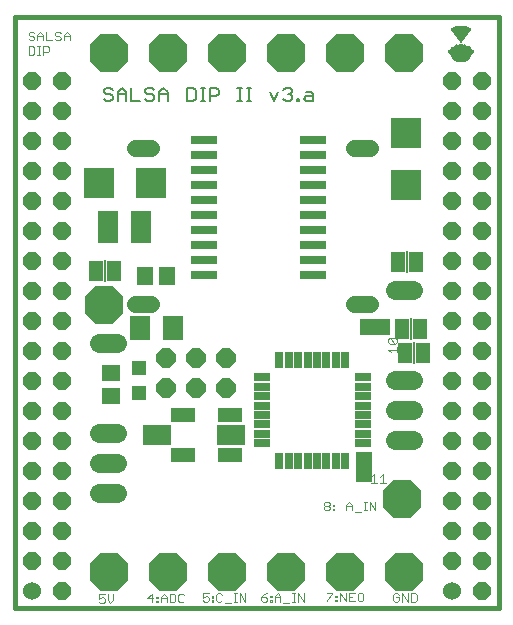
<source format=gts>
G75*
%MOIN*%
%OFA0B0*%
%FSLAX24Y24*%
%IPPOS*%
%LPD*%
%AMOC8*
5,1,8,0,0,1.08239X$1,22.5*
%
%ADD10C,0.0160*%
%ADD11C,0.0030*%
%ADD12C,0.0060*%
%ADD13C,0.0040*%
%ADD14R,0.0540X0.0260*%
%ADD15R,0.0260X0.0540*%
%ADD16OC8,0.0640*%
%ADD17OC8,0.1290*%
%ADD18R,0.0512X0.0512*%
%ADD19R,0.0670X0.0827*%
%ADD20C,0.0600*%
%ADD21OC8,0.0600*%
%ADD22R,0.1040X0.0540*%
%ADD23R,0.0540X0.1040*%
%ADD24R,0.0906X0.0276*%
%ADD25R,0.0552X0.0631*%
%ADD26R,0.0670X0.1103*%
%ADD27R,0.0500X0.0670*%
%ADD28R,0.0060X0.0720*%
%ADD29R,0.0827X0.0473*%
%ADD30R,0.0631X0.0552*%
%ADD31C,0.0555*%
%ADD32R,0.0985X0.0985*%
%ADD33C,0.0640*%
%ADD34R,0.0312X0.0004*%
%ADD35R,0.0344X0.0004*%
%ADD36R,0.0368X0.0004*%
%ADD37R,0.0392X0.0004*%
%ADD38R,0.0408X0.0004*%
%ADD39R,0.0424X0.0004*%
%ADD40R,0.0432X0.0004*%
%ADD41R,0.0448X0.0004*%
%ADD42R,0.0456X0.0004*%
%ADD43R,0.0472X0.0004*%
%ADD44R,0.0480X0.0004*%
%ADD45R,0.0488X0.0004*%
%ADD46R,0.0496X0.0004*%
%ADD47R,0.0504X0.0004*%
%ADD48R,0.0512X0.0004*%
%ADD49R,0.0520X0.0004*%
%ADD50R,0.0528X0.0004*%
%ADD51R,0.0536X0.0004*%
%ADD52R,0.0536X0.0004*%
%ADD53R,0.0544X0.0004*%
%ADD54R,0.0552X0.0004*%
%ADD55R,0.0560X0.0004*%
%ADD56R,0.0560X0.0004*%
%ADD57R,0.0568X0.0004*%
%ADD58R,0.0576X0.0004*%
%ADD59R,0.0584X0.0004*%
%ADD60R,0.0592X0.0004*%
%ADD61R,0.0592X0.0004*%
%ADD62R,0.0600X0.0004*%
%ADD63R,0.0608X0.0004*%
%ADD64R,0.0608X0.0004*%
%ADD65R,0.0616X0.0004*%
%ADD66R,0.0624X0.0004*%
%ADD67R,0.0632X0.0004*%
%ADD68R,0.0632X0.0004*%
%ADD69R,0.0640X0.0004*%
%ADD70R,0.0648X0.0004*%
%ADD71R,0.0648X0.0004*%
%ADD72R,0.0656X0.0004*%
%ADD73R,0.0664X0.0004*%
%ADD74R,0.0664X0.0004*%
%ADD75R,0.0672X0.0004*%
%ADD76R,0.0680X0.0004*%
%ADD77R,0.0680X0.0004*%
%ADD78R,0.0688X0.0004*%
%ADD79R,0.0696X0.0004*%
%ADD80R,0.0700X0.0004*%
%ADD81R,0.0708X0.0004*%
%ADD82R,0.0716X0.0004*%
%ADD83R,0.0720X0.0004*%
%ADD84R,0.0720X0.0004*%
%ADD85R,0.0724X0.0004*%
%ADD86R,0.0808X0.0004*%
%ADD87R,0.0824X0.0004*%
%ADD88R,0.0832X0.0004*%
%ADD89R,0.0840X0.0004*%
%ADD90R,0.0848X0.0004*%
%ADD91R,0.0856X0.0004*%
%ADD92R,0.0860X0.0004*%
%ADD93R,0.0864X0.0004*%
%ADD94R,0.0864X0.0004*%
%ADD95R,0.0868X0.0004*%
%ADD96R,0.0872X0.0004*%
%ADD97R,0.0872X0.0004*%
%ADD98R,0.0860X0.0004*%
%ADD99R,0.0832X0.0004*%
%ADD100R,0.0824X0.0004*%
%ADD101R,0.0708X0.0004*%
%ADD102R,0.0712X0.0004*%
%ADD103R,0.0712X0.0004*%
%ADD104R,0.0700X0.0004*%
%ADD105R,0.0696X0.0004*%
%ADD106R,0.0692X0.0004*%
%ADD107R,0.0668X0.0004*%
%ADD108R,0.0660X0.0004*%
%ADD109R,0.0452X0.0004*%
%ADD110R,0.0188X0.0004*%
%ADD111R,0.0448X0.0004*%
%ADD112R,0.0440X0.0004*%
%ADD113R,0.0184X0.0004*%
%ADD114R,0.0432X0.0004*%
%ADD115R,0.0184X0.0004*%
%ADD116R,0.0424X0.0004*%
%ADD117R,0.0412X0.0004*%
%ADD118R,0.0128X0.0004*%
%ADD119R,0.0044X0.0004*%
%ADD120R,0.0400X0.0004*%
%ADD121R,0.0008X0.0004*%
%ADD122R,0.0388X0.0004*%
%ADD123R,0.0132X0.0004*%
%ADD124R,0.0360X0.0004*%
%ADD125R,0.0136X0.0004*%
%ADD126R,0.0340X0.0004*%
%ADD127R,0.0140X0.0004*%
%ADD128R,0.0328X0.0004*%
%ADD129R,0.0144X0.0004*%
%ADD130R,0.0324X0.0004*%
%ADD131R,0.0148X0.0004*%
%ADD132R,0.0320X0.0004*%
%ADD133R,0.0156X0.0004*%
%ADD134R,0.0316X0.0004*%
%ADD135R,0.0176X0.0004*%
%ADD136R,0.0080X0.0004*%
%ADD137R,0.0052X0.0004*%
%ADD138R,0.0380X0.0004*%
%ADD139R,0.0372X0.0004*%
%ADD140R,0.0356X0.0004*%
%ADD141R,0.0004X0.0004*%
%ADD142R,0.0308X0.0004*%
%ADD143R,0.0060X0.0004*%
%ADD144R,0.0240X0.0004*%
%ADD145R,0.0232X0.0004*%
%ADD146R,0.0044X0.0004*%
%ADD147R,0.0164X0.0004*%
%ADD148R,0.0056X0.0004*%
%ADD149R,0.0036X0.0004*%
%ADD150R,0.0156X0.0004*%
%ADD151R,0.0048X0.0004*%
%ADD152R,0.0024X0.0004*%
%ADD153R,0.0036X0.0004*%
%ADD154R,0.0016X0.0004*%
%ADD155R,0.0028X0.0004*%
%ADD156R,0.0012X0.0004*%
%ADD157R,0.0124X0.0004*%
%ADD158R,0.0108X0.0004*%
%ADD159R,0.0008X0.0004*%
%ADD160R,0.0092X0.0004*%
%ADD161R,0.0068X0.0004*%
%ADD162R,0.0008X0.0004*%
%ADD163R,0.0016X0.0004*%
%ADD164R,0.0024X0.0004*%
%ADD165R,0.0032X0.0004*%
%ADD166R,0.0032X0.0004*%
%ADD167R,0.0040X0.0004*%
%ADD168R,0.0056X0.0004*%
%ADD169R,0.0064X0.0004*%
%ADD170R,0.0072X0.0004*%
%ADD171R,0.0088X0.0004*%
%ADD172R,0.0096X0.0004*%
%ADD173R,0.0104X0.0004*%
%ADD174R,0.0112X0.0004*%
%ADD175R,0.0120X0.0004*%
%ADD176R,0.0124X0.0004*%
%ADD177R,0.0128X0.0004*%
%ADD178R,0.0144X0.0004*%
%ADD179R,0.0152X0.0004*%
%ADD180R,0.0152X0.0004*%
%ADD181R,0.0160X0.0004*%
%ADD182R,0.0168X0.0004*%
%ADD183R,0.0176X0.0004*%
%ADD184R,0.0184X0.0004*%
%ADD185R,0.0192X0.0004*%
%ADD186R,0.0200X0.0004*%
%ADD187R,0.0208X0.0004*%
%ADD188R,0.0216X0.0004*%
%ADD189R,0.0216X0.0004*%
%ADD190R,0.0224X0.0004*%
%ADD191R,0.0232X0.0004*%
%ADD192R,0.0240X0.0004*%
%ADD193R,0.0248X0.0004*%
%ADD194R,0.0256X0.0004*%
%ADD195R,0.0264X0.0004*%
%ADD196R,0.0272X0.0004*%
%ADD197R,0.0280X0.0004*%
%ADD198R,0.0288X0.0004*%
%ADD199R,0.0296X0.0004*%
%ADD200R,0.0304X0.0004*%
%ADD201R,0.0320X0.0004*%
%ADD202R,0.0328X0.0004*%
%ADD203R,0.0336X0.0004*%
%ADD204R,0.0336X0.0004*%
%ADD205R,0.0200X0.0004*%
%ADD206R,0.0128X0.0004*%
%ADD207R,0.0204X0.0004*%
%ADD208R,0.0216X0.0004*%
%ADD209R,0.0228X0.0004*%
%ADD210R,0.0416X0.0004*%
%ADD211R,0.0424X0.0004*%
%ADD212R,0.0428X0.0004*%
%ADD213R,0.0304X0.0004*%
%ADD214R,0.0180X0.0004*%
%ADD215R,0.0112X0.0004*%
%ADD216R,0.0176X0.0004*%
%ADD217R,0.0112X0.0004*%
%ADD218R,0.0132X0.0004*%
%ADD219R,0.0116X0.0004*%
%ADD220R,0.0332X0.0004*%
%ADD221R,0.0336X0.0004*%
%ADD222R,0.0480X0.0004*%
%ADD223R,0.0496X0.0004*%
%ADD224R,0.0512X0.0004*%
%ADD225R,0.0544X0.0004*%
%ADD226R,0.0208X0.0004*%
%ADD227R,0.0356X0.0004*%
%ADD228R,0.0208X0.0004*%
%ADD229R,0.0364X0.0004*%
%ADD230R,0.0212X0.0004*%
%ADD231R,0.0368X0.0004*%
%ADD232R,0.0220X0.0004*%
%ADD233R,0.0600X0.0004*%
%ADD234R,0.0356X0.0004*%
%ADD235R,0.0228X0.0004*%
%ADD236R,0.0236X0.0004*%
%ADD237R,0.0360X0.0004*%
%ADD238R,0.0368X0.0004*%
%ADD239R,0.0244X0.0004*%
%ADD240R,0.0252X0.0004*%
%ADD241R,0.0376X0.0004*%
%ADD242R,0.0672X0.0004*%
%ADD243R,0.0624X0.0004*%
%ADD244R,0.0596X0.0004*%
%ADD245R,0.0552X0.0004*%
%ADD246R,0.0456X0.0004*%
%ADD247R,0.0384X0.0004*%
%ADD248R,0.0352X0.0004*%
%ADD249R,0.0188X0.0004*%
%ADD250R,0.0108X0.0004*%
%ADD251R,0.0946X0.0670*%
D10*
X001046Y000180D02*
X017188Y000180D01*
X017188Y019865D01*
X001046Y019865D01*
X001046Y000180D01*
D11*
X003850Y000383D02*
X003898Y000334D01*
X003995Y000334D01*
X004044Y000383D01*
X004044Y000479D01*
X003995Y000528D01*
X003947Y000528D01*
X003850Y000479D01*
X003850Y000624D01*
X004044Y000624D01*
X004145Y000624D02*
X004145Y000431D01*
X004241Y000334D01*
X004338Y000431D01*
X004338Y000624D01*
X005474Y000502D02*
X005667Y000502D01*
X005768Y000502D02*
X005768Y000550D01*
X005817Y000550D01*
X005817Y000502D01*
X005768Y000502D01*
X005768Y000405D02*
X005768Y000357D01*
X005817Y000357D01*
X005817Y000405D01*
X005768Y000405D01*
X005916Y000357D02*
X005916Y000550D01*
X006012Y000647D01*
X006109Y000550D01*
X006109Y000357D01*
X006210Y000357D02*
X006355Y000357D01*
X006404Y000405D01*
X006404Y000599D01*
X006355Y000647D01*
X006210Y000647D01*
X006210Y000357D01*
X006109Y000502D02*
X005916Y000502D01*
X005619Y000357D02*
X005619Y000647D01*
X005474Y000502D01*
X006505Y000599D02*
X006505Y000405D01*
X006553Y000357D01*
X006650Y000357D01*
X006698Y000405D01*
X006698Y000599D02*
X006650Y000647D01*
X006553Y000647D01*
X006505Y000599D01*
X007319Y000665D02*
X007319Y000520D01*
X007416Y000568D01*
X007465Y000568D01*
X007513Y000520D01*
X007513Y000423D01*
X007465Y000375D01*
X007368Y000375D01*
X007319Y000423D01*
X007319Y000665D02*
X007513Y000665D01*
X007614Y000568D02*
X007614Y000520D01*
X007662Y000520D01*
X007662Y000568D01*
X007614Y000568D01*
X007614Y000423D02*
X007614Y000375D01*
X007662Y000375D01*
X007662Y000423D01*
X007614Y000423D01*
X007761Y000423D02*
X007810Y000375D01*
X007906Y000375D01*
X007955Y000423D01*
X008056Y000327D02*
X008250Y000327D01*
X008351Y000375D02*
X008447Y000375D01*
X008399Y000375D02*
X008399Y000665D01*
X008351Y000665D02*
X008447Y000665D01*
X008547Y000665D02*
X008741Y000375D01*
X008741Y000665D01*
X008547Y000665D02*
X008547Y000375D01*
X007955Y000617D02*
X007906Y000665D01*
X007810Y000665D01*
X007761Y000617D01*
X007761Y000423D01*
X009271Y000427D02*
X009319Y000379D01*
X009416Y000379D01*
X009465Y000427D01*
X009465Y000476D01*
X009416Y000524D01*
X009271Y000524D01*
X009271Y000427D01*
X009271Y000524D02*
X009368Y000621D01*
X009465Y000669D01*
X009566Y000572D02*
X009566Y000524D01*
X009614Y000524D01*
X009614Y000572D01*
X009566Y000572D01*
X009566Y000427D02*
X009566Y000379D01*
X009614Y000379D01*
X009614Y000427D01*
X009566Y000427D01*
X009713Y000379D02*
X009713Y000572D01*
X009810Y000669D01*
X009907Y000572D01*
X009907Y000379D01*
X010008Y000331D02*
X010201Y000331D01*
X010302Y000379D02*
X010399Y000379D01*
X010351Y000379D02*
X010351Y000669D01*
X010399Y000669D02*
X010302Y000669D01*
X010499Y000669D02*
X010692Y000379D01*
X010692Y000669D01*
X010499Y000669D02*
X010499Y000379D01*
X009907Y000524D02*
X009713Y000524D01*
X011446Y000437D02*
X011446Y000389D01*
X011446Y000437D02*
X011639Y000631D01*
X011639Y000679D01*
X011446Y000679D01*
X011740Y000582D02*
X011740Y000534D01*
X011789Y000534D01*
X011789Y000582D01*
X011740Y000582D01*
X011740Y000437D02*
X011740Y000389D01*
X011789Y000389D01*
X011789Y000437D01*
X011740Y000437D01*
X011888Y000389D02*
X011888Y000679D01*
X012081Y000389D01*
X012081Y000679D01*
X012182Y000679D02*
X012182Y000389D01*
X012376Y000389D01*
X012477Y000437D02*
X012525Y000389D01*
X012622Y000389D01*
X012670Y000437D01*
X012670Y000631D01*
X012622Y000679D01*
X012525Y000679D01*
X012477Y000631D01*
X012477Y000437D01*
X012279Y000534D02*
X012182Y000534D01*
X012182Y000679D02*
X012376Y000679D01*
X013661Y000618D02*
X013661Y000424D01*
X013709Y000376D01*
X013806Y000376D01*
X013854Y000424D01*
X013854Y000521D01*
X013758Y000521D01*
X013854Y000618D02*
X013806Y000666D01*
X013709Y000666D01*
X013661Y000618D01*
X013955Y000666D02*
X013955Y000376D01*
X014149Y000376D02*
X014149Y000666D01*
X014250Y000666D02*
X014395Y000666D01*
X014444Y000618D01*
X014444Y000424D01*
X014395Y000376D01*
X014250Y000376D01*
X014250Y000666D01*
X013955Y000666D02*
X014149Y000376D01*
X012582Y003378D02*
X012389Y003378D01*
X012288Y003426D02*
X012288Y003620D01*
X012191Y003716D01*
X012094Y003620D01*
X012094Y003426D01*
X012094Y003571D02*
X012288Y003571D01*
X012684Y003426D02*
X012780Y003426D01*
X012732Y003426D02*
X012732Y003716D01*
X012684Y003716D02*
X012780Y003716D01*
X012880Y003716D02*
X012880Y003426D01*
X013074Y003426D02*
X012880Y003716D01*
X013074Y003716D02*
X013074Y003426D01*
X013115Y004339D02*
X012922Y004339D01*
X013019Y004339D02*
X013019Y004629D01*
X012922Y004532D01*
X013217Y004532D02*
X013313Y004629D01*
X013313Y004339D01*
X013217Y004339D02*
X013410Y004339D01*
X011701Y003620D02*
X011701Y003571D01*
X011652Y003571D01*
X011652Y003620D01*
X011701Y003620D01*
X011701Y003474D02*
X011652Y003474D01*
X011652Y003426D01*
X011701Y003426D01*
X011701Y003474D01*
X011551Y003474D02*
X011503Y003426D01*
X011406Y003426D01*
X011358Y003474D01*
X011358Y003523D01*
X011406Y003571D01*
X011503Y003571D01*
X011551Y003523D01*
X011551Y003474D01*
X011503Y003571D02*
X011551Y003620D01*
X011551Y003668D01*
X011503Y003716D01*
X011406Y003716D01*
X011358Y003668D01*
X011358Y003620D01*
X011406Y003571D01*
X013596Y008690D02*
X013499Y008786D01*
X013790Y008786D01*
X013790Y008690D02*
X013790Y008883D01*
X013741Y008984D02*
X013548Y009178D01*
X013741Y009178D01*
X013790Y009129D01*
X013790Y009033D01*
X013741Y008984D01*
X013548Y008984D01*
X013499Y009033D01*
X013499Y009129D01*
X013548Y009178D01*
X005299Y009639D02*
X005299Y009833D01*
X005250Y009881D01*
X005153Y009881D01*
X005105Y009833D01*
X005105Y009785D01*
X005153Y009736D01*
X005299Y009736D01*
X005299Y009639D02*
X005250Y009591D01*
X005153Y009591D01*
X005105Y009639D01*
D12*
X004940Y017075D02*
X005234Y017075D01*
X005400Y017148D02*
X005474Y017075D01*
X005621Y017075D01*
X005694Y017148D01*
X005694Y017221D01*
X005621Y017295D01*
X005474Y017295D01*
X005400Y017368D01*
X005400Y017442D01*
X005474Y017515D01*
X005621Y017515D01*
X005694Y017442D01*
X005861Y017368D02*
X005861Y017075D01*
X005861Y017295D02*
X006154Y017295D01*
X006154Y017368D02*
X006154Y017075D01*
X006154Y017368D02*
X006008Y017515D01*
X005861Y017368D01*
X006782Y017515D02*
X006782Y017075D01*
X007002Y017075D01*
X007075Y017148D01*
X007075Y017442D01*
X007002Y017515D01*
X006782Y017515D01*
X007242Y017515D02*
X007389Y017515D01*
X007315Y017515D02*
X007315Y017075D01*
X007242Y017075D02*
X007389Y017075D01*
X007549Y017075D02*
X007549Y017515D01*
X007769Y017515D01*
X007843Y017442D01*
X007843Y017295D01*
X007769Y017221D01*
X007549Y017221D01*
X008470Y017075D02*
X008617Y017075D01*
X008543Y017075D02*
X008543Y017515D01*
X008470Y017515D02*
X008617Y017515D01*
X008777Y017515D02*
X008923Y017515D01*
X008850Y017515D02*
X008850Y017075D01*
X008777Y017075D02*
X008923Y017075D01*
X009544Y017368D02*
X009691Y017075D01*
X009838Y017368D01*
X010004Y017442D02*
X010078Y017515D01*
X010225Y017515D01*
X010298Y017442D01*
X010298Y017368D01*
X010225Y017295D01*
X010298Y017221D01*
X010298Y017148D01*
X010225Y017075D01*
X010078Y017075D01*
X010004Y017148D01*
X010151Y017295D02*
X010225Y017295D01*
X010465Y017148D02*
X010538Y017148D01*
X010538Y017075D01*
X010465Y017075D01*
X010465Y017148D01*
X010695Y017148D02*
X010768Y017221D01*
X010989Y017221D01*
X010989Y017295D02*
X010989Y017075D01*
X010768Y017075D01*
X010695Y017148D01*
X010768Y017368D02*
X010915Y017368D01*
X010989Y017295D01*
X004940Y017515D02*
X004940Y017075D01*
X004773Y017075D02*
X004773Y017368D01*
X004626Y017515D01*
X004480Y017368D01*
X004480Y017075D01*
X004313Y017148D02*
X004239Y017075D01*
X004093Y017075D01*
X004019Y017148D01*
X004093Y017295D02*
X004239Y017295D01*
X004313Y017221D01*
X004313Y017148D01*
X004480Y017295D02*
X004773Y017295D01*
X004313Y017442D02*
X004239Y017515D01*
X004093Y017515D01*
X004019Y017442D01*
X004019Y017368D01*
X004093Y017295D01*
D13*
X002876Y019090D02*
X002876Y019277D01*
X002782Y019371D01*
X002689Y019277D01*
X002689Y019090D01*
X002581Y019137D02*
X002534Y019090D01*
X002441Y019090D01*
X002394Y019137D01*
X002441Y019230D02*
X002534Y019230D01*
X002581Y019184D01*
X002581Y019137D01*
X002689Y019230D02*
X002876Y019230D01*
X002581Y019324D02*
X002534Y019371D01*
X002441Y019371D01*
X002394Y019324D01*
X002394Y019277D01*
X002441Y019230D01*
X002286Y019090D02*
X002100Y019090D01*
X002100Y019371D01*
X001992Y019277D02*
X001992Y019090D01*
X001992Y019230D02*
X001805Y019230D01*
X001805Y019277D02*
X001805Y019090D01*
X001697Y019137D02*
X001650Y019090D01*
X001557Y019090D01*
X001510Y019137D01*
X001557Y019230D02*
X001650Y019230D01*
X001697Y019184D01*
X001697Y019137D01*
X001557Y019230D02*
X001510Y019277D01*
X001510Y019324D01*
X001557Y019371D01*
X001650Y019371D01*
X001697Y019324D01*
X001805Y019277D02*
X001898Y019371D01*
X001992Y019277D01*
X002001Y018891D02*
X002142Y018891D01*
X002188Y018844D01*
X002188Y018750D01*
X002142Y018704D01*
X002001Y018704D01*
X002001Y018610D02*
X002001Y018891D01*
X001898Y018891D02*
X001805Y018891D01*
X001852Y018891D02*
X001852Y018610D01*
X001898Y018610D02*
X001805Y018610D01*
X001697Y018657D02*
X001650Y018610D01*
X001510Y018610D01*
X001510Y018891D01*
X001650Y018891D01*
X001697Y018844D01*
X001697Y018657D01*
D14*
X009277Y007865D03*
X009277Y007550D03*
X009277Y007235D03*
X009277Y006920D03*
X009277Y006605D03*
X009277Y006290D03*
X009277Y005975D03*
X009277Y005660D03*
X012657Y005660D03*
X012657Y005975D03*
X012657Y006290D03*
X012657Y006605D03*
X012657Y006920D03*
X012657Y007235D03*
X012657Y007550D03*
X012657Y007865D03*
D15*
X012069Y008453D03*
X011754Y008453D03*
X011440Y008453D03*
X011125Y008453D03*
X010810Y008453D03*
X010495Y008453D03*
X010180Y008453D03*
X009865Y008453D03*
X009865Y005073D03*
X010180Y005073D03*
X010495Y005073D03*
X010810Y005073D03*
X011125Y005073D03*
X011440Y005073D03*
X011754Y005073D03*
X012069Y005073D03*
D16*
X008085Y007507D03*
X008085Y008507D03*
X007085Y008507D03*
X006085Y008507D03*
X006085Y007507D03*
X007085Y007507D03*
D17*
X004029Y010271D03*
X004195Y018684D03*
X006164Y018684D03*
X008132Y018684D03*
X010101Y018684D03*
X012069Y018684D03*
X014038Y018684D03*
X013943Y003796D03*
X014038Y001361D03*
X012069Y001361D03*
X010101Y001361D03*
X008132Y001361D03*
X006164Y001361D03*
X004195Y001361D03*
D18*
X005186Y007344D03*
X005186Y008171D03*
D19*
X005221Y009498D03*
X006323Y009498D03*
D20*
X001617Y000735D03*
X015617Y000735D03*
D21*
X016617Y000735D03*
X016617Y001735D03*
X016617Y002735D03*
X016617Y003735D03*
X016617Y004735D03*
X016617Y005735D03*
X016617Y006735D03*
X016617Y007735D03*
X016617Y008735D03*
X016617Y009735D03*
X016617Y010735D03*
X016617Y011735D03*
X016617Y012735D03*
X016617Y013735D03*
X016617Y014735D03*
X016617Y015735D03*
X016617Y016735D03*
X016617Y017735D03*
X015617Y017735D03*
X015617Y016735D03*
X015617Y015735D03*
X015617Y014735D03*
X015617Y013735D03*
X015617Y012735D03*
X015617Y011735D03*
X015617Y010735D03*
X015617Y009735D03*
X015617Y008735D03*
X015617Y007735D03*
X015617Y006735D03*
X015617Y005735D03*
X015617Y004735D03*
X015617Y003735D03*
X015617Y002735D03*
X015617Y001735D03*
X002617Y001735D03*
X002617Y000735D03*
X001617Y001735D03*
X001617Y002735D03*
X001617Y003735D03*
X001617Y004735D03*
X001617Y005735D03*
X001617Y006735D03*
X001617Y007735D03*
X001617Y008735D03*
X001617Y009735D03*
X001617Y010735D03*
X001617Y011735D03*
X001617Y012735D03*
X001617Y013735D03*
X001617Y014735D03*
X001617Y015735D03*
X001617Y016735D03*
X001617Y017735D03*
X002617Y017735D03*
X002617Y016735D03*
X002617Y015735D03*
X002617Y014735D03*
X002617Y013735D03*
X002617Y012735D03*
X002617Y011735D03*
X002617Y010735D03*
X002617Y009735D03*
X002617Y008735D03*
X002617Y007735D03*
X002617Y006735D03*
X002617Y005735D03*
X002617Y004735D03*
X002617Y003735D03*
X002617Y002735D03*
D22*
X013063Y009533D03*
D23*
X012701Y004866D03*
D24*
X010986Y011273D03*
X010986Y011773D03*
X010986Y012273D03*
X010986Y012773D03*
X010986Y013273D03*
X010986Y013773D03*
X010986Y014273D03*
X010986Y014773D03*
X010986Y015273D03*
X010986Y015773D03*
X007364Y015773D03*
X007364Y015273D03*
X007364Y014773D03*
X007364Y014273D03*
X007364Y013773D03*
X007364Y013273D03*
X007364Y012773D03*
X007364Y012273D03*
X007364Y011773D03*
X007364Y011273D03*
D25*
X006125Y011232D03*
X005377Y011232D03*
D26*
X005265Y012866D03*
X004163Y012866D03*
D27*
X004361Y011410D03*
X003761Y011410D03*
X013827Y011693D03*
X014427Y011693D03*
X014571Y009470D03*
X013971Y009470D03*
X014046Y008670D03*
X014646Y008670D03*
D28*
X014346Y008670D03*
X014271Y009470D03*
X014127Y011693D03*
X004061Y011410D03*
D29*
X006648Y006609D03*
X006648Y005271D03*
X008223Y005271D03*
X008223Y006609D03*
D30*
X004246Y007246D03*
X004246Y007994D03*
D31*
X005068Y010320D02*
X005583Y010320D01*
X005583Y015520D02*
X005068Y015520D01*
X012368Y015520D02*
X012883Y015520D01*
X012883Y010320D02*
X012368Y010320D01*
D32*
X014086Y014279D03*
X014086Y016011D03*
X005602Y014335D03*
X003870Y014335D03*
D33*
X003856Y008990D02*
X004456Y008990D01*
X004456Y005990D02*
X003856Y005990D01*
X003856Y004990D02*
X004456Y004990D01*
X004456Y003990D02*
X003856Y003990D01*
X013711Y005755D02*
X014311Y005755D01*
X014311Y006755D02*
X013711Y006755D01*
X013711Y007755D02*
X014311Y007755D01*
X014311Y010755D02*
X013711Y010755D01*
D34*
X015926Y018382D03*
X015930Y018894D03*
X015926Y019194D03*
X015926Y019198D03*
D35*
X015926Y018386D03*
D36*
X015926Y018390D03*
D37*
X015926Y018394D03*
X015902Y018878D03*
D38*
X015926Y019258D03*
X015926Y019262D03*
X015926Y019518D03*
X015926Y018398D03*
D39*
X015926Y018402D03*
D40*
X015926Y018406D03*
X015926Y019278D03*
X015926Y019514D03*
D41*
X015926Y018410D03*
D42*
X015926Y018414D03*
D43*
X015926Y018418D03*
D44*
X015926Y018422D03*
X015926Y019506D03*
D45*
X015926Y019314D03*
X015926Y018426D03*
D46*
X015926Y018430D03*
D47*
X015926Y018434D03*
X015926Y019326D03*
D48*
X015926Y019498D03*
X015926Y018438D03*
D49*
X015926Y018442D03*
X015926Y019334D03*
X015926Y019338D03*
D50*
X015926Y019342D03*
X015926Y018446D03*
D51*
X015926Y018450D03*
D52*
X015926Y018454D03*
X015926Y019346D03*
X015926Y019494D03*
D53*
X015926Y019354D03*
X015926Y018458D03*
D54*
X015926Y018462D03*
X015926Y019358D03*
D55*
X015926Y019362D03*
X015926Y018466D03*
D56*
X015926Y018470D03*
D57*
X015926Y018474D03*
X015926Y019366D03*
X015926Y019486D03*
D58*
X015926Y018482D03*
X015926Y018478D03*
D59*
X015926Y018486D03*
X015926Y019482D03*
D60*
X015926Y018490D03*
D61*
X015926Y018494D03*
D62*
X015926Y018498D03*
X015926Y018502D03*
D63*
X015926Y018506D03*
X015926Y019474D03*
D64*
X015926Y018510D03*
D65*
X015926Y018514D03*
X015926Y018518D03*
D66*
X015926Y018522D03*
X015926Y018526D03*
D67*
X015926Y018530D03*
D68*
X015926Y018534D03*
X015926Y019466D03*
D69*
X015926Y018542D03*
X015926Y018538D03*
D70*
X015926Y018546D03*
X015926Y018554D03*
X015926Y019462D03*
D71*
X015926Y018550D03*
D72*
X015926Y018558D03*
X015926Y018562D03*
X015926Y019426D03*
X015926Y019458D03*
D73*
X015926Y019454D03*
X015926Y019434D03*
X015926Y018566D03*
D74*
X015926Y018570D03*
X015926Y019430D03*
D75*
X015926Y019438D03*
X015930Y018806D03*
X015926Y018582D03*
X015926Y018578D03*
X015926Y018574D03*
D76*
X015926Y018586D03*
X015926Y018802D03*
X015926Y019442D03*
X015926Y019446D03*
D77*
X015926Y018590D03*
D78*
X015926Y018594D03*
X015926Y018598D03*
X015926Y018798D03*
D79*
X015926Y018606D03*
X015926Y018602D03*
D80*
X015928Y018610D03*
D81*
X015928Y018614D03*
X015928Y018618D03*
D82*
X015928Y018622D03*
X015928Y018626D03*
D83*
X015926Y018630D03*
D84*
X015926Y018634D03*
D85*
X015924Y018638D03*
D86*
X015926Y018642D03*
X015926Y018734D03*
D87*
X015926Y018646D03*
D88*
X015926Y018650D03*
D89*
X015926Y018654D03*
X015926Y018722D03*
D90*
X015926Y018718D03*
X015926Y018658D03*
D91*
X015926Y018662D03*
X015926Y018714D03*
D92*
X015924Y018666D03*
D93*
X015926Y018670D03*
D94*
X015926Y018674D03*
X015926Y018702D03*
X015926Y018706D03*
D95*
X015924Y018698D03*
X015924Y018682D03*
X015924Y018678D03*
D96*
X015926Y018686D03*
X015926Y018694D03*
D97*
X015926Y018690D03*
D98*
X015924Y018710D03*
D99*
X015926Y018726D03*
D100*
X015926Y018730D03*
D101*
X015916Y018766D03*
X015920Y018778D03*
D102*
X015918Y018770D03*
D103*
X015918Y018774D03*
D104*
X015920Y018782D03*
X015920Y018786D03*
D105*
X015922Y018790D03*
D106*
X015924Y018794D03*
D107*
X015932Y018810D03*
D108*
X015932Y018814D03*
X015932Y018818D03*
D109*
X016032Y018822D03*
D110*
X015700Y018838D03*
X015696Y018826D03*
X015696Y018822D03*
D111*
X016034Y018826D03*
D112*
X016034Y018830D03*
D113*
X015698Y018830D03*
D114*
X016034Y018834D03*
D115*
X015698Y018834D03*
D116*
X016038Y018838D03*
D117*
X016040Y018842D03*
D118*
X015738Y018846D03*
X015734Y018842D03*
X015818Y019218D03*
X015814Y019222D03*
D119*
X015628Y018842D03*
D120*
X016042Y018846D03*
X015926Y019254D03*
D121*
X015926Y018994D03*
X015610Y018846D03*
D122*
X016044Y018850D03*
D123*
X015744Y018850D03*
X016088Y019290D03*
D124*
X016038Y019378D03*
X016054Y018854D03*
D125*
X015926Y018922D03*
X015926Y019078D03*
X015806Y019238D03*
X015746Y018854D03*
D126*
X016060Y018858D03*
D127*
X015752Y018858D03*
X015804Y019242D03*
D128*
X015994Y019298D03*
X016058Y018862D03*
D129*
X015758Y018862D03*
D130*
X016056Y018866D03*
D131*
X015928Y018918D03*
X015764Y018866D03*
D132*
X016050Y018870D03*
X015926Y019530D03*
D133*
X015808Y019250D03*
X015772Y018870D03*
D134*
X016044Y018874D03*
D135*
X015790Y018874D03*
D136*
X015926Y019038D03*
X015926Y019042D03*
X016154Y018878D03*
D137*
X016152Y018882D03*
X016052Y018906D03*
D138*
X015904Y018882D03*
D139*
X015908Y018886D03*
D140*
X015912Y018890D03*
X016032Y019370D03*
D141*
X015760Y018894D03*
D142*
X015932Y018898D03*
D143*
X016052Y018902D03*
D144*
X015898Y018902D03*
X015926Y019146D03*
X016126Y019414D03*
X015926Y019538D03*
D145*
X016114Y019394D03*
X016118Y019398D03*
X015898Y018906D03*
D146*
X016056Y018910D03*
D147*
X015928Y018910D03*
D148*
X015814Y018910D03*
D149*
X016056Y018914D03*
D150*
X015928Y018914D03*
D151*
X015926Y019018D03*
X015810Y018914D03*
D152*
X016058Y018918D03*
D153*
X015928Y018942D03*
X015808Y018918D03*
D154*
X015802Y018926D03*
X016058Y018922D03*
D155*
X015804Y018922D03*
D156*
X016060Y018926D03*
D157*
X015928Y018926D03*
X016084Y019282D03*
X015752Y019306D03*
D158*
X015928Y018930D03*
D159*
X015798Y018930D03*
D160*
X015928Y018934D03*
D161*
X015928Y018938D03*
D162*
X015926Y018990D03*
D163*
X015926Y018998D03*
D164*
X015926Y019002D03*
D165*
X015926Y019006D03*
D166*
X015926Y019010D03*
D167*
X015926Y019014D03*
D168*
X015926Y019022D03*
X015926Y019026D03*
D169*
X015926Y019030D03*
D170*
X015926Y019034D03*
D171*
X015926Y019046D03*
D172*
X015926Y019050D03*
D173*
X015926Y019054D03*
X015926Y019058D03*
D174*
X015926Y019062D03*
D175*
X015926Y019066D03*
X015750Y019302D03*
D176*
X015928Y019070D03*
D177*
X015926Y019074D03*
X015810Y019226D03*
X015806Y019234D03*
X016086Y019286D03*
D178*
X015926Y019082D03*
X015806Y019246D03*
D179*
X015926Y019086D03*
D180*
X015926Y019090D03*
D181*
X015926Y019094D03*
D182*
X015926Y019098D03*
X015926Y019102D03*
D183*
X015926Y019106D03*
D184*
X015926Y019110D03*
D185*
X015926Y019114D03*
X015926Y019118D03*
D186*
X015926Y019122D03*
X015998Y019218D03*
X016002Y019222D03*
X016006Y019226D03*
D187*
X016010Y019238D03*
X015926Y019126D03*
D188*
X015926Y019130D03*
D189*
X015926Y019134D03*
D190*
X015926Y019138D03*
D191*
X015926Y019142D03*
X016122Y019406D03*
D192*
X015926Y019150D03*
D193*
X015926Y019154D03*
D194*
X015926Y019158D03*
D195*
X015926Y019162D03*
X015926Y019166D03*
D196*
X015926Y019170D03*
D197*
X015926Y019174D03*
X015926Y019534D03*
D198*
X015926Y019182D03*
X015926Y019178D03*
D199*
X015926Y019186D03*
D200*
X015926Y019190D03*
D201*
X015926Y019202D03*
D202*
X015926Y019206D03*
D203*
X015926Y019210D03*
D204*
X015926Y019214D03*
D205*
X016006Y019230D03*
D206*
X015810Y019230D03*
D207*
X015740Y019374D03*
X016008Y019234D03*
D208*
X016010Y019242D03*
X016010Y019246D03*
D209*
X016008Y019250D03*
D210*
X015926Y019266D03*
D211*
X015926Y019270D03*
D212*
X015924Y019274D03*
D213*
X015858Y019282D03*
D214*
X015916Y019286D03*
X015920Y019294D03*
D215*
X015758Y019286D03*
X015754Y019294D03*
D216*
X015918Y019290D03*
D217*
X015754Y019290D03*
D218*
X016088Y019294D03*
D219*
X015752Y019298D03*
D220*
X015996Y019302D03*
D221*
X015994Y019306D03*
D222*
X015926Y019310D03*
D223*
X015926Y019318D03*
X015926Y019322D03*
X015926Y019502D03*
D224*
X015926Y019330D03*
D225*
X015926Y019350D03*
D226*
X015746Y019370D03*
D227*
X015796Y019398D03*
X015796Y019402D03*
X016036Y019374D03*
D228*
X015738Y019378D03*
D229*
X016040Y019382D03*
D230*
X015736Y019382D03*
D231*
X016038Y019386D03*
D232*
X015740Y019386D03*
D233*
X015926Y019390D03*
D234*
X015800Y019394D03*
X015792Y019406D03*
D235*
X016120Y019402D03*
D236*
X016124Y019410D03*
D237*
X015790Y019410D03*
D238*
X015790Y019414D03*
X015790Y019418D03*
D239*
X016124Y019418D03*
D240*
X016124Y019422D03*
D241*
X015790Y019422D03*
D242*
X015926Y019450D03*
D243*
X015926Y019470D03*
D244*
X015924Y019478D03*
D245*
X015926Y019490D03*
D246*
X015926Y019510D03*
D247*
X015926Y019522D03*
D248*
X015926Y019526D03*
D249*
X015928Y019542D03*
D250*
X015924Y019546D03*
D251*
X008266Y005945D03*
X005786Y005945D03*
M02*

</source>
